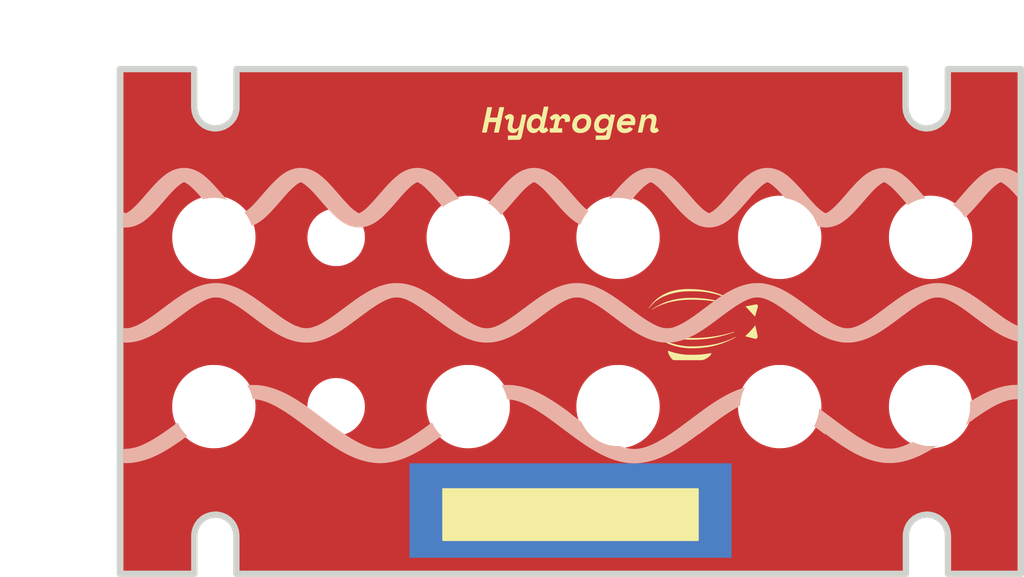
<source format=kicad_pcb>
(kicad_pcb (version 20240108) (generator "pcbnew") (generator_version "8.0")
  (title_block (title "Hydrogen") (date "2024-07-14") (rev "v2") (company "Winterbloom") (comment 1 "Alethea Flowers") (comment 2 "CC BY-NC-ND 4.0") (comment 3 "hydrogen.wntr.dev"))
  (layers (0 "F.Cu" signal) (31 "B.Cu" signal) (34 "B.Paste" user) (35 "F.Paste" user) (36 "B.SilkS" user "B.Silkscreen") (37 "F.SilkS" user "F.Silkscreen") (38 "B.Mask" user) (39 "F.Mask" user) (44 "Edge.Cuts" user))
  (net 0 "")
  (footprint "DrillHole" (layer "F.Cu") (at 76.28 101.345)
    (property "Reference" "" (at 0 0 0) (layer "F.SilkS") (effects (font (size 1.27 1.27))))
    (property "Value" "")
    (pad "" np_thru_hole circle (at 0 0) (size 6.2 6.2) (drill 6.2) (layers "*.Cu" "*.Mask") (clearance 0.1))
  )
  (footprint "DrillHole" (layer "F.Cu") (at 76.28 114.635)
    (property "Reference" "" (at 0 0 0) (layer "F.SilkS") (effects (font (size 1.27 1.27))))
    (property "Value" "")
    (pad "" np_thru_hole circle (at 0 0) (size 6.2 6.2) (drill 6.2) (layers "*.Cu" "*.Mask") (clearance 0.1))
  )
  (footprint "DrillHole" (layer "F.Cu") (at 96.27 101.345)
    (property "Reference" "" (at 0 0 0) (layer "F.SilkS") (effects (font (size 1.27 1.27))))
    (property "Value" "")
    (pad "" np_thru_hole circle (at 0 0) (size 6.2 6.2) (drill 6.2) (layers "*.Cu" "*.Mask") (clearance 0.1))
  )
  (footprint "DrillHole" (layer "F.Cu") (at 96.27 114.635)
    (property "Reference" "" (at 0 0 0) (layer "F.SilkS") (effects (font (size 1.27 1.27))))
    (property "Value" "")
    (pad "" np_thru_hole circle (at 0 0) (size 6.2 6.2) (drill 6.2) (layers "*.Cu" "*.Mask") (clearance 0.1))
  )
  (footprint "DrillHole" (layer "F.Cu") (at 108.03 114.635)
    (property "Reference" "" (at 0 0 0) (layer "F.SilkS") (effects (font (size 1.27 1.27))))
    (property "Value" "")
    (pad "" np_thru_hole circle (at 0 0) (size 6.2 6.2) (drill 6.2) (layers "*.Cu" "*.Mask") (clearance 0.1))
  )
  (footprint "DrillHole" (layer "F.Cu") (at 120.73 114.635)
    (property "Reference" "" (at 0 0 0) (layer "F.SilkS") (effects (font (size 1.27 1.27))))
    (property "Value" "")
    (pad "" np_thru_hole circle (at 0 0) (size 6.2 6.2) (drill 6.2) (layers "*.Cu" "*.Mask") (clearance 0.1))
  )
  (footprint "DrillHole" (layer "F.Cu") (at 132.59 114.635)
    (property "Reference" "" (at 0 0 0) (layer "F.SilkS") (effects (font (size 1.27 1.27))))
    (property "Value" "")
    (pad "" np_thru_hole circle (at 0 0) (size 6.2 6.2) (drill 6.2) (layers "*.Cu" "*.Mask") (clearance 0.1))
  )
  (footprint "DrillHole" (layer "F.Cu") (at 132.59 101.345)
    (property "Reference" "" (at 0 0 0) (layer "F.SilkS") (effects (font (size 1.27 1.27))))
    (property "Value" "")
    (pad "" np_thru_hole circle (at 0 0) (size 6.2 6.2) (drill 6.2) (layers "*.Cu" "*.Mask") (clearance 0.1))
  )
  (footprint "DrillHole" (layer "F.Cu") (at 120.73 101.345)
    (property "Reference" "" (at 0 0 0) (layer "F.SilkS") (effects (font (size 1.27 1.27))))
    (property "Value" "")
    (pad "" np_thru_hole circle (at 0 0) (size 6.2 6.2) (drill 6.2) (layers "*.Cu" "*.Mask") (clearance 0.1))
  )
  (footprint "DrillHole" (layer "F.Cu") (at 108.03 101.345)
    (property "Reference" "" (at 0 0 0) (layer "F.SilkS") (effects (font (size 1.27 1.27))))
    (property "Value" "")
    (pad "" np_thru_hole circle (at 0 0) (size 6.2 6.2) (drill 6.2) (layers "*.Cu" "*.Mask") (clearance 0.1))
  )
  (footprint "Graphics" (layer "F.Cu") (at 68.9 88.125)
    (property "Reference" "" (at 0 0 0) (layer "F.SilkS") (effects (font (size 1.27 1.27))))
    (property "Value" "")
  )
  (footprint "Graphics" (layer "F.Cu") (at 68.9 88.125)
    (property "Reference" "" (at 0 0 0) (layer "F.SilkS") (effects (font (size 1.27 1.27))))
    (property "Value" "")
  )
  (footprint "Graphics" (layer "F.Cu") (at 68.9 88.125)
    (property "Reference" "" (at 0 0 0) (layer "F.SilkS") (effects (font (size 1.27 1.27))))
    (property "Value" "")
    (fp_poly (pts (xy 5.64 1.60539) (xy 5.64001 1.81345) (xy 5.64007 2.00255) (xy 5.64018 2.17373) (xy 5.64039 2.32805) (xy 5.64071 2.46654) (xy 5.64116 2.59026) (xy 5.64178 2.70024) (xy 5.64258 2.79753) (xy 5.64359 2.88318) (xy 5.64484 2.95822) (xy 5.64634 3.0237) (xy 5.64812 3.08067) (xy 5.65021 3.13017) (xy 5.65262 3.17325) (xy 5.65539 3.21094) (xy 5.65854 3.2443) (xy 5.66209 3.27436) (xy 5.66606 3.30218) (xy 5.67049 3.32879) (xy 5.67539 3.35524) (xy 5.68078 3.38257) (xy 5.68098 3.38357) (xy 5.72645 3.55964) (xy 5.79036 3.7305) (xy 5.87148 3.89463) (xy 5.9686 4.05052) (xy 6.0805 4.19668) (xy 6.20596 4.33158) (xy 6.34377 4.45374) (xy 6.49271 4.56163) (xy 6.65156 4.65376) (xy 6.74318 4.69737) (xy 6.92363 4.76635) (xy 7.10685 4.81613) (xy 7.29155 4.84698) (xy 7.47649 4.85912) (xy 7.66037 4.85281) (xy 7.84195 4.82828) (xy 8.01995 4.78578) (xy 8.19309 4.72556) (xy 8.36012 4.64785) (xy 8.51976 4.55289) (xy 8.67074 4.44094) (xy 8.8118 4.31224) (xy 8.82521 4.29856) (xy 8.86893 4.25231) (xy 8.91282 4.20378) (xy 8.95255 4.15789) (xy 8.98376 4.1196) (xy 8.99106 4.11) (xy 9.09856 3.94872) (xy 9.18773 3.77944) (xy 9.25857 3.60218) (xy 9.31106 3.41696) (xy 9.3452 3.2238) (xy 9.34942 3.18789) (xy 9.35109 3.16193) (xy 9.35263 3.11613) (xy 9.35402 3.05063) (xy 9.35526 2.96559) (xy 9.35637 2.86117) (xy 9.35733 2.73752) (xy 9.35814 2.5948) (xy 9.35881 2.43315) (xy 9.35933 2.25273) (xy 9.3597 2.0537) (xy 9.35993 1.8362) (xy 9.36 1.60539) (xy 9.36 0.12) (xy 61.52 0.12) (xy 61.52 1.60539) (xy 61.52001 1.81345) (xy 61.52007 2.00255) (xy 61.52018 2.17373) (xy 61.52039 2.32805) (xy 61.52071 2.46654) (xy 61.52116 2.59026) (xy 61.52178 2.70024) (xy 61.52258 2.79753) (xy 61.52359 2.88318) (xy 61.52484 2.95822) (xy 61.52634 3.0237) (xy 61.52812 3.08067) (xy 61.53021 3.13017) (xy 61.53262 3.17325) (xy 61.53539 3.21094) (xy 61.53854 3.2443) (xy 61.54209 3.27436) (xy 61.54606 3.30218) (xy 61.55049 3.32879) (xy 61.55539 3.35524) (xy 61.56078 3.38257) (xy 61.56098 3.38357) (xy 61.60645 3.55964) (xy 61.67036 3.7305) (xy 61.75148 3.89463) (xy 61.8486 4.05052) (xy 61.9605 4.19668) (xy 62.08596 4.33158) (xy 62.22377 4.45374) (xy 62.37271 4.56163) (xy 62.53156 4.65376) (xy 62.62318 4.69737) (xy 62.80363 4.76635) (xy 62.98685 4.81613) (xy 63.17155 4.84698) (xy 63.35649 4.85912) (xy 63.54037 4.85281) (xy 63.72195 4.82828) (xy 63.89995 4.78578) (xy 64.07309 4.72556) (xy 64.24012 4.64785) (xy 64.39976 4.55289) (xy 64.55074 4.44094) (xy 64.6918 4.31224) (xy 64.70521 4.29856) (xy 64.74893 4.25231) (xy 64.79282 4.20378) (xy 64.83255 4.15789) (xy 64.86376 4.1196) (xy 64.87106 4.11) (xy 64.97856 3.94872) (xy 65.06773 3.77944) (xy 65.13857 3.60218) (xy 65.19106 3.41696) (xy 65.2252 3.2238) (xy 65.22942 3.18789) (xy 65.23109 3.16193) (xy 65.23263 3.11613) (xy 65.23402 3.05063) (xy 65.23526 2.96559) (xy 65.23637 2.86117) (xy 65.23733 2.73752) (xy 65.23814 2.5948) (xy 65.23881 2.43315) (xy 65.23933 2.25273) (xy 65.2397 2.0537) (xy 65.23993 1.8362) (xy 65.24 1.60539) (xy 65.24 0.12) (xy 70.53 0.12) (xy 70.53 39.53) (xy 65.24 39.53) (xy 65.24 38.06961) (xy 65.23999 37.86326) (xy 65.23993 37.67585) (xy 65.23981 37.50634) (xy 65.2396 37.35366) (xy 65.23927 37.21676) (xy 65.2388 37.09459) (xy 65.23816 36.98609) (xy 65.23734 36.89021) (xy 65.2363 36.80589) (xy 65.23502 36.73207) (xy 65.23348 36.66771) (xy 65.23165 36.61175) (xy 65.2295 36.56313) (xy 65.22702 36.52079) (xy 65.22417 36.48369) (xy 65.22094 36.45077) (xy 65.2173 36.42098) (xy 65.21322 36.39325) (xy 65.20867 36.36654) (xy 65.20365 36.33978) (xy 65.19902 36.31643) (xy 65.15357 36.14047) (xy 65.08965 35.9696) (xy 65.00847 35.80534) (xy 64.91123 35.64924) (xy 64.79914 35.5028) (xy 64.67342 35.36756) (xy 64.53526 35.24505) (xy 64.38588 35.13677) (xy 64.22649 35.04427) (xy 64.16919 35.0162) (xy 63.99317 34.94472) (xy 63.81243 34.89205) (xy 63.62849 34.85807) (xy 63.44287 34.84267) (xy 63.25707 34.84573) (xy 63.07262 34.86715) (xy 62.89103 34.9068) (xy 62.71381 34.96457) (xy 62.54249 35.04036) (xy 62.37857 35.13404) (xy 62.35 35.15277) (xy 62.25251 35.22286) (xy 62.15946 35.30032) (xy 62.06524 35.38993) (xy 62.03941 35.41627) (xy 61.91345 35.55993) (xy 61.8048 35.713) (xy 61.71316 35.87606) (xy 61.63825 36.04966) (xy 61.57978 36.23437) (xy 61.5476 36.375) (xy 61.54473 36.38999) (xy 61.54213 36.40472) (xy 61.53977 36.42021) (xy 61.53766 36.43745) (xy 61.53576 36.45746) (xy 61.53406 36.48123) (xy 61.53256 36.50977) (xy 61.53123 36.54408) (xy 61.53006 36.58518) (xy 61.52903 36.63405) (xy 61.52813 36.69172) (xy 61.52735 36.75917) (xy 61.52666 36.83742) (xy 61.52606 36.92747) (xy 61.52552 37.03033) (xy 61.52504 37.14699) (xy 61.52459 37.27847) (xy 61.52416 37.42576) (xy 61.52374 37.58988) (xy 61.52331 37.77182) (xy 61.52286 37.9726) (xy 61.52278 38.0075) (xy 61.51939 39.53) (xy 9.36 39.53) (xy 9.36 38.06961) (xy 9.35999 37.86326) (xy 9.35993 37.67585) (xy 9.35981 37.50634) (xy 9.3596 37.35366) (xy 9.35927 37.21676) (xy 9.3588 37.09459) (xy 9.35816 36.98609) (xy 9.35734 36.89021) (xy 9.3563 36.80589) (xy 9.35502 36.73207) (xy 9.35348 36.66771) (xy 9.35165 36.61175) (xy 9.3495 36.56313) (xy 9.34702 36.52079) (xy 9.34417 36.48369) (xy 9.34094 36.45077) (xy 9.3373 36.42098) (xy 9.33322 36.39325) (xy 9.32867 36.36654) (xy 9.32365 36.33978) (xy 9.31902 36.31643) (xy 9.27357 36.14047) (xy 9.20965 35.9696) (xy 9.12847 35.80534) (xy 9.03123 35.64924) (xy 8.91914 35.5028) (xy 8.79342 35.36756) (xy 8.65526 35.24505) (xy 8.50588 35.13677) (xy 8.34649 35.04427) (xy 8.28919 35.0162) (xy 8.11317 34.94472) (xy 7.93243 34.89205) (xy 7.74849 34.85807) (xy 7.56287 34.84267) (xy 7.37707 34.84573) (xy 7.19262 34.86715) (xy 7.01103 34.9068) (xy 6.83381 34.96457) (xy 6.66249 35.04036) (xy 6.49857 35.13404) (xy 6.47 35.15277) (xy 6.37251 35.22286) (xy 6.27946 35.30032) (xy 6.18524 35.38993) (xy 6.15941 35.41627) (xy 6.03345 35.55993) (xy 5.9248 35.713) (xy 5.83316 35.87606) (xy 5.75825 36.04966) (xy 5.69978 36.23437) (xy 5.6676 36.375) (xy 5.66473 36.38999) (xy 5.66213 36.40472) (xy 5.65977 36.42021) (xy 5.65766 36.43745) (xy 5.65576 36.45746) (xy 5.65406 36.48123) (xy 5.65256 36.50977) (xy 5.65123 36.54408) (xy 5.65006 36.58518) (xy 5.64903 36.63405) (xy 5.64813 36.69172) (xy 5.64735 36.75917) (xy 5.64666 36.83742) (xy 5.64606 36.92747) (xy 5.64552 37.03033) (xy 5.64504 37.14699) (xy 5.64459 37.27847) (xy 5.64416 37.42576) (xy 5.64374 37.58988) (xy 5.64331 37.77182) (xy 5.64286 37.9726) (xy 5.64278 38.0075) (xy 5.63939 39.53) (xy 0.27 39.53) (xy 0.27 26.50384) (xy 4.11204 26.50384) (xy 4.11355 26.60473) (xy 4.11688 26.70459) (xy 4.12191 26.79842) (xy 4.12853 26.88121) (xy 4.13475 26.935) (xy 4.18016 27.19277) (xy 4.24384 27.4428) (xy 4.32551 27.68453) (xy 4.42484 27.91743) (xy 4.54153 28.14095) (xy 4.67528 28.35454) (xy 4.82578 28.55767) (xy 4.99272 28.74978) (xy 5.17579 28.93035) (xy 5.34196 29.07281) (xy 5.54571 29.22397) (xy 5.75942 29.35787) (xy 5.98265 29.47434) (xy 6.21493 29.5732) (xy 6.45582 29.65425) (xy 6.70487 29.71733) (xy 6.96161 29.76225) (xy 7.11 29.77955) (xy 7.16417 29.78308) (xy 7.23389 29.78512) (xy 7.31476 29.78576) (xy 7.40238 29.78509) (xy 7.49236 29.78321) (xy 7.58031 29.7802) (xy 7.66183 29.77617) (xy 7.73252 29.7712) (xy 7.788 29.76539) (xy 7.79 29.76512) (xy 7.97642 29.7355) (xy 8.15018 29.69894) (xy 8.31788 29.65391) (xy 8.455 29.60976) (xy 8.68999 29.51822) (xy 8.91635 29.40902) (xy 9.13318 29.28294) (xy 9.33955 29.14077) (xy 9.53456 28.98329) (xy 9.7173 28.81129) (xy 9.88686 28.62556) (xy 10.04232 28.42688) (xy 10.18277 28.21605) (xy 10.29099 28.02536) (xy 10.39767 27.80063) (xy 10.48623 27.56862) (xy 10.55662 27.33068) (xy 10.60875 27.08817) (xy 10.64255 26.84244) (xy 10.65796 26.59484) (xy 10.65751 26.55844) (xy 14.7311 26.55844) (xy 14.74261 26.76158) (xy 14.7726 26.96399) (xy 14.82133 27.16438) (xy 14.88905 27.36146) (xy 14.91243 27.41817) (xy 15.00473 27.60889) (xy 15.11277 27.78787) (xy 15.23568 27.95447) (xy 15.37256 28.10804) (xy 15.52252 28.24794) (xy 15.68467 28.37352) (xy 15.85812 28.48413) (xy 16.04197 28.57912) (xy 16.23535 28.65786) (xy 16.43734 28.71968) (xy 16.64707 28.76396) (xy 16.795 28.78385) (xy 16.8412 28.78669) (xy 16.90269 28.78762) (xy 16.97488 28.78685) (xy 17.05317 28.78455) (xy 17.13297 28.78091) (xy 17.20968 28.77614) (xy 17.2787 28.7704) (xy 17.33544 28.76389) (xy 17.355 28.76089) (xy 17.56723 28.715) (xy 17.77015 28.65141) (xy 17.96374 28.57013) (xy 18.14798 28.47117) (xy 18.32283 28.35456) (xy 18.48828 28.22029) (xy 18.55785 28.15586) (xy 18.70365 28.00194) (xy 18.83289 27.8375) (xy 18.9453 27.66366) (xy 19.04056 27.48155) (xy 19.11839 27.2923) (xy 19.17848 27.09706) (xy 19.22054 26.89694) (xy 19.24428 26.69307) (xy 19.2494 26.4866) (xy 19.2471 26.45201) (xy 24.09086 26.45201) (xy 24.09579 26.70088) (xy 24.11952 26.94836) (xy 24.16192 27.19331) (xy 24.22282 27.43463) (xy 24.30209 27.67118) (xy 24.39958 27.90185) (xy 24.51514 28.12552) (xy 24.63205 28.31621) (xy 24.78012 28.52241) (xy 24.94244 28.7153) (xy 25.11801 28.8943) (xy 25.30585 29.05878) (xy 25.50499 29.20816) (xy 25.71444 29.34184) (xy 25.93321 29.4592) (xy 26.16034 29.55966) (xy 26.39483 29.64261) (xy 26.6357 29.70745) (xy 26.88198 29.75358) (xy 27.005 29.76924) (xy 27.05272 29.77435) (xy 27.09757 29.77909) (xy 27.13279 29.78276) (xy 27.145 29.784) (xy 27.18144 29.78608) (xy 27.23398 29.78698) (xy 27.29875 29.7868) (xy 27.3719 29.78567) (xy 27.44958 29.7837) (xy 27.52791 29.781) (xy 27.60303 29.77769) (xy 27.6711 29.77388) (xy 27.72825 29.76968) (xy 27.76795 29.76557) (xy 28.02415 29.72255) (xy 28.27329 29.66101) (xy 28.51468 29.58136) (xy 28.74764 29.48397) (xy 28.9715 29.36926) (xy 29.18557 29.23761) (xy 29.38917 29.08941) (xy 29.58163 28.92507) (xy 29.76226 28.74496) (xy 29.93038 28.5495) (xy 29.98312 28.48154) (xy 30.12842 28.27298) (xy 30.25622 28.05478) (xy 30.36646 27.82712) (xy 30.45905 27.59021) (xy 30.5339 27.34424) (xy 30.59095 27.0894) (xy 30.61692 26.93) (xy 30.62382 26.86621) (xy 30.62913 26.78695) (xy 30.63286 26.69626) (xy 30.63484 26.60578) (xy 35.86196 26.60578) (xy 35.86814 26.76009) (xy 35.88087 26.90273) (xy 35.88496 26.935) (xy 35.92934 27.19021) (xy 35.99217 27.43823) (xy 36.07299 27.67838) (xy 36.17136 27.90998) (xy 36.28681 28.13234) (xy 36.41889 28.34478) (xy 36.56713 28.54661) (xy 36.73108 28.73715) (xy 36.91028 28.91572) (xy 37.10428 29.08162) (xy 37.31261 29.23418) (xy 37.50349 29.35453) (xy 37.70883 29.46396) (xy 37.92663 29.5589) (xy 38.15497 29.63876) (xy 38.39191 29.70293) (xy 38.63552 29.75079) (xy 38.86 29.77955) (xy 38.91417 29.78308) (xy 38.98389 29.78512) (xy 39.06476 29.78576) (xy 39.15238 29.78509) (xy 39.24236 29.78321) (xy 39.33031 29.7802) (xy 39.41183 29.77617) (xy 39.48252 29.7712) (xy 39.538 29.76539) (xy 39.54 29.76512) (xy 39.72642 29.7355) (xy 39.90018 29.69894) (xy 40.06788 29.65391) (xy 40.205 29.60976) (xy 40.43999 29.51822) (xy 40.66635 29.40902) (xy 40.88318 29.28294) (xy 41.08955 29.14077) (xy 41.28456 28.98329) (xy 41.4673 28.81129) (xy 41.63686 28.62556) (xy 41.79232 28.42688) (xy 41.93277 28.21605) (xy 42.04099 28.02536) (xy 42.14767 27.80063) (xy 42.23623 27.56862) (xy 42.30662 27.33068) (xy 42.35875 27.08817) (xy 42.39255 26.84244) (xy 42.40728 26.60578) (xy 48.56196 26.60578) (xy 48.56814 26.76009) (xy 48.58087 26.90273) (xy 48.58496 26.935) (xy 48.62934 27.19021) (xy 48.69217 27.43823) (xy 48.77299 27.67838) (xy 48.87136 27.90998) (xy 48.98681 28.13234) (xy 49.11889 28.34478) (xy 49.26713 28.54661) (xy 49.43108 28.73715) (xy 49.61028 28.91572) (xy 49.80428 29.08162) (xy 50.01261 29.23418) (xy 50.20349 29.35453) (xy 50.40883 29.46396) (xy 50.62663 29.5589) (xy 50.85497 29.63876) (xy 51.09191 29.70293) (xy 51.33552 29.75079) (xy 51.56 29.77955) (xy 51.61417 29.78308) (xy 51.68389 29.78512) (xy 51.76476 29.78576) (xy 51.85238 29.78509) (xy 51.94236 29.78321) (xy 52.03031 29.7802) (xy 52.11183 29.77617) (xy 52.18252 29.7712) (xy 52.238 29.76539) (xy 52.24 29.76512) (xy 52.42642 29.7355) (xy 52.60018 29.69894) (xy 52.76788 29.65391) (xy 52.905 29.60976) (xy 53.13999 29.51822) (xy 53.36635 29.40902) (xy 53.58318 29.28294) (xy 53.78955 29.14077) (xy 53.98456 28.98329) (xy 54.1673 28.81129) (xy 54.33686 28.62556) (xy 54.49232 28.42688) (xy 54.63277 28.21605) (xy 54.74099 28.02536) (xy 54.84767 27.80063) (xy 54.93623 27.56862) (xy 55.00662 27.33068) (xy 55.05875 27.08817) (xy 55.09255 26.84244) (xy 55.10796 26.59484) (xy 55.1066 26.48499) (xy 60.41226 26.48499) (xy 60.4195 26.73415) (xy 60.44577 26.98241) (xy 60.49111 27.22862) (xy 60.55559 27.47163) (xy 60.63716 27.705) (xy 60.74011 27.94034) (xy 60.85964 28.16456) (xy 60.99589 28.37784) (xy 61.149 28.5804) (xy 61.3191 28.77244) (xy 61.4066 28.86072) (xy 61.59831 29.03379) (xy 61.80018 29.18966) (xy 62.01179 29.32815) (xy 62.23274 29.44904) (xy 62.46263 29.55212) (xy 62.70105 29.6372) (xy 62.94761 29.70407) (xy 63.15 29.74425) (xy 63.34995 29.77119) (xy 63.55352 29.78621) (xy 63.75437 29.78904) (xy 63.945 29.77949) (xy 64.20402 29.74794) (xy 64.45455 29.69842) (xy 64.6971 29.63072) (xy 64.93216 29.54464) (xy 65.16025 29.43998) (xy 65.38188 29.31653) (xy 65.59755 29.1741) (xy 65.7595 29.05165) (xy 65.81837 29.00194) (xy 65.88596 28.94042) (xy 65.9585 28.87088) (xy 66.03219 28.79714) (xy 66.10326 28.72299) (xy 66.16794 28.65223) (xy 66.22243 28.58866) (xy 66.2335 28.575) (xy 66.38949 28.36438) (xy 66.52691 28.14638) (xy 66.64573 27.921) (xy 66.74596 27.68827) (xy 66.82758 27.4482) (xy 66.89059 27.20081) (xy 66.93498 26.94612) (xy 66.94966 26.82144) (xy 66.95855 26.69281) (xy 66.9614 26.55091) (xy 66.95846 26.40146) (xy 66.94999 26.2502) (xy 66.93623 26.10283) (xy 66.91744 25.96508) (xy 66.91026 25.92317) (xy 66.85602 25.67874) (xy 66.78352 25.44107) (xy 66.69355 25.21099) (xy 66.58688 24.98936) (xy 66.46431 24.77701) (xy 66.32663 24.57479) (xy 66.17461 24.38353) (xy 66.00905 24.2041) (xy 65.83073 24.03731) (xy 65.64045 23.88403) (xy 65.43898 23.74509) (xy 65.22711 23.62133) (xy 65.00563 23.51361) (xy 64.77532 23.42275) (xy 64.53698 23.34961) (xy 64.5 23.34007) (xy 64.39331 23.31415) (xy 64.29782 23.29326) (xy 64.20924 23.27691) (xy 64.12325 23.2646) (xy 64.03552 23.2558) (xy 63.94174 23.25003) (xy 63.83761 23.24678) (xy 63.71879 23.24554) (xy 63.69 23.24549) (xy 63.58122 23.24592) (xy 63.4882 23.24761) (xy 63.40673 23.25092) (xy 63.33259 23.25624) (xy 63.26157 23.26396) (xy 63.18944 23.27445) (xy 63.112 23.2881) (xy 63.02502 23.30529) (xy 63.02213 23.30588) (xy 62.77937 23.3658) (xy 62.54291 23.44423) (xy 62.31374 23.54043) (xy 62.09285 23.65364) (xy 61.88123 23.78309) (xy 61.67987 23.92803) (xy 61.48977 24.0877) (xy 61.3119 24.26134) (xy 61.14728 24.44818) (xy 60.99687 24.64748) (xy 60.86169 24.85847) (xy 60.76526 25.03496) (xy 60.65951 25.26557) (xy 60.57245 25.50212) (xy 60.50414 25.74349) (xy 60.45464 25.98851) (xy 60.42399 26.23606) (xy 60.41226 26.48499) (xy 55.1066 26.48499) (xy 55.1049 26.34673) (xy 55.08331 26.09946) (xy 55.0431 25.85438) (xy 54.98422 25.61286) (xy 54.90658 25.37624) (xy 54.88345 25.31603) (xy 54.77967 25.0806) (xy 54.65931 24.85596) (xy 54.52298 24.64278) (xy 54.37131 24.44171) (xy 54.20489 24.25344) (xy 54.02436 24.07862) (xy 53.83031 23.91791) (xy 53.62336 23.772) (xy 53.40414 23.64154) (xy 53.285 23.57979) (xy 53.12298 23.50388) (xy 52.96782 23.43998) (xy 52.81434 23.38645) (xy 52.65735 23.34167) (xy 52.49168 23.30403) (xy 52.31214 23.2719) (xy 52.29 23.26843) (xy 52.24465 23.26177) (xy 52.20247 23.25654) (xy 52.16008 23.25257) (xy 52.11411 23.24969) (xy 52.06119 23.24773) (xy 51.99796 23.24652) (xy 51.92104 23.24589) (xy 51.84 23.24569) (xy 51.73614 23.24593) (xy 51.6482 23.24713) (xy 51.57211 23.24965) (xy 51.50378 23.25385) (xy 51.43916 23.26011) (xy 51.37415 23.26877) (xy 51.3047 23.28021) (xy 51.22671 23.29479) (xy 51.17452 23.30512) (xy 50.94402 23.36113) (xy 50.71476 23.43598) (xy 50.48919 23.52856) (xy 50.26977 23.63776) (xy 50.05895 23.76247) (xy 49.85918 23.90156) (xy 49.855 23.90472) (xy 49.66 24.06475) (xy 49.47864 24.23892) (xy 49.31155 24.42612) (xy 49.15941 24.62527) (xy 49.02288 24.83528) (xy 48.9026 25.05504) (xy 48.79924 25.28348) (xy 48.71346 25.51948) (xy 48.64591 25.76197) (xy 48.60083 25.98738) (xy 48.58177 26.1306) (xy 48.56888 26.28525) (xy 48.56224 26.44557) (xy 48.56196 26.60578) (xy 42.40728 26.60578) (xy 42.40796 26.59484) (xy 42.4049 26.34673) (xy 42.38331 26.09946) (xy 42.3431 25.85438) (xy 42.28422 25.61286) (xy 42.20658 25.37624) (xy 42.18345 25.31603) (xy 42.07967 25.0806) (xy 41.95931 24.85596) (xy 41.82298 24.64278) (xy 41.67131 24.44171) (xy 41.50489 24.25344) (xy 41.32436 24.07862) (xy 41.13031 23.91791) (xy 40.92336 23.772) (xy 40.70414 23.64154) (xy 40.585 23.57979) (xy 40.42298 23.50388) (xy 40.26782 23.43998) (xy 40.11434 23.38645) (xy 39.95735 23.34167) (xy 39.79168 23.30403) (xy 39.61214 23.2719) (xy 39.59 23.26843) (xy 39.54465 23.26177) (xy 39.50247 23.25654) (xy 39.46008 23.25257) (xy 39.41411 23.24969) (xy 39.36119 23.24773) (xy 39.29796 23.24652) (xy 39.22104 23.24589) (xy 39.14 23.24569) (xy 39.03614 23.24593) (xy 38.9482 23.24713) (xy 38.87211 23.24965) (xy 38.80378 23.25385) (xy 38.73916 23.26011) (xy 38.67415 23.26877) (xy 38.6047 23.28021) (xy 38.52671 23.29479) (xy 38.47452 23.30512) (xy 38.24402 23.36113) (xy 38.01476 23.43598) (xy 37.78919 23.52856) (xy 37.56977 23.63776) (xy 37.35895 23.76247) (xy 37.15918 23.90156) (xy 37.155 23.90472) (xy 36.96 24.06475) (xy 36.77864 24.23892) (xy 36.61155 24.42612) (xy 36.45941 24.62527) (xy 36.32288 24.83528) (xy 36.2026 25.05504) (xy 36.09924 25.28348) (xy 36.01346 25.51948) (xy 35.94591 25.76197) (xy 35.90083 25.98738) (xy 35.88177 26.1306) (xy 35.86888 26.28525) (xy 35.86224 26.44557) (xy 35.86196 26.60578) (xy 30.63484 26.60578) (xy 30.635 26.5982) (xy 30.63555 26.49683) (xy 30.63452 26.39619) (xy 30.63191 26.30033) (xy 30.62772 26.21331) (xy 30.62194 26.13917) (xy 30.61665 26.095) (xy 30.5815 25.88841) (xy 30.53822 25.69596) (xy 30.48536 25.51296) (xy 30.42147 25.33469) (xy 30.34509 25.15645) (xy 30.29328 25.04882) (xy 30.17719 24.83545) (xy 30.04855 24.63579) (xy 29.90527 24.44694) (xy 29.74525 24.26599) (xy 29.68046 24.19954) (xy 29.49078 24.02333) (xy 29.29172 23.86475) (xy 29.08318 23.72373) (xy 28.86504 23.60022) (xy 28.63721 23.49417) (xy 28.39958 23.40552) (xy 28.15202 23.33423) (xy 27.89445 23.28023) (xy 27.81722 23.2677) (xy 27.77261 23.2613) (xy 27.73051 23.25628) (xy 27.68763 23.25246) (xy 27.64065 23.2497) (xy 27.58628 23.24783) (xy 27.5212 23.24669) (xy 27.44213 23.24613) (xy 27.365 23.246) (xy 27.25168 23.24651) (xy 27.15415 23.24844) (xy 27.06818 23.25219) (xy 26.9896 23.25822) (xy 26.91419 23.26694) (xy 26.83776 23.27879) (xy 26.75611 23.29419) (xy 26.66504 23.31359) (xy 26.63 23.32144) (xy 26.38952 23.38594) (xy 26.156 23.46869) (xy 25.93034 23.56887) (xy 25.71343 23.68568) (xy 25.50616 23.8183) (xy 25.30944 23.96592) (xy 25.12415 24.12773) (xy 24.95121 24.30292) (xy 24.7915 24.49067) (xy 24.64592 24.69018) (xy 24.51537 24.90063) (xy 24.40074 25.12121) (xy 24.30293 25.35111) (xy 24.26207 25.465) (xy 24.19033 25.70824) (xy 24.13798 25.95457) (xy 24.10487 26.20287) (xy 24.09086 26.45201) (xy 19.2471 26.45201) (xy 19.2356 26.27864) (xy 19.20258 26.07033) (xy 19.15472 25.87844) (xy 19.08764 25.6854) (xy 19.00284 25.50012) (xy 18.90145 25.32367) (xy 18.78459 25.15714) (xy 18.65341 25.00162) (xy 18.50904 24.8582) (xy 18.3526 24.72797) (xy 18.18524 24.612) (xy 18.00808 24.5114) (xy 17.82225 24.42724) (xy 17.6289 24.36062) (xy 17.55136 24.33954) (xy 17.44282 24.31451) (xy 17.34046 24.29618) (xy 17.23683 24.28352) (xy 17.1245 24.27553) (xy 17.06482 24.27304) (xy 16.85047 24.27544) (xy 16.64058 24.29722) (xy 16.43588 24.33807) (xy 16.23712 24.39773) (xy 16.04501 24.47591) (xy 15.86029 24.57232) (xy 15.6837 24.68669) (xy 15.51595 24.81873) (xy 15.41632 24.90973) (xy 15.27317 25.06151) (xy 15.14617 25.22415) (xy 15.03558 25.39636) (xy 14.94165 25.57685) (xy 14.86465 25.76433) (xy 14.80484 25.95752) (xy 14.76247 26.15512) (xy 14.7378 26.35586) (xy 14.7311 26.55844) (xy 10.65751 26.55844) (xy 10.6549 26.34673) (xy 10.63331 26.09946) (xy 10.5931 25.85438) (xy 10.53422 25.61286) (xy 10.45658 25.37624) (xy 10.43345 25.31603) (xy 10.32967 25.0806) (xy 10.20931 24.85596) (xy 10.07298 24.64278) (xy 9.92131 24.44171) (xy 9.75489 24.25344) (xy 9.57436 24.07862) (xy 9.38031 23.91791) (xy 9.17336 23.772) (xy 8.95414 23.64154) (xy 8.835 23.57979) (xy 8.67298 23.50388) (xy 8.51782 23.43998) (xy 8.36434 23.38645) (xy 8.20735 23.34167) (xy 8.04168 23.30403) (xy 7.86214 23.2719) (xy 7.84 23.26843) (xy 7.79465 23.26177) (xy 7.75247 23.25654) (xy 7.71008 23.25257) (xy 7.66411 23.24969) (xy 7.61119 23.24773) (xy 7.54796 23.24652) (xy 7.47104 23.24589) (xy 7.39 23.24569) (xy 7.28614 23.24593) (xy 7.1982 23.24713) (xy 7.12211 23.24965) (xy 7.05378 23.25385) (xy 6.98916 23.26011) (xy 6.92415 23.26877) (xy 6.8547 23.28021) (xy 6.77671 23.29479) (xy 6.72452 23.30512) (xy 6.49791 23.3602) (xy 6.27169 23.43395) (xy 6.0484 23.52519) (xy 5.83058 23.63269) (xy 5.62079 23.75527) (xy 5.42157 23.89171) (xy 5.325 23.96613) (xy 5.2573 24.02331) (xy 5.18172 24.09201) (xy 5.10233 24.16816) (xy 5.02322 24.24768) (xy 4.94844 24.32649) (xy 4.88207 24.40052) (xy 4.83661 24.455) (xy 4.68092 24.6655) (xy 4.5438 24.88339) (xy 4.42528 25.10864) (xy 4.32538 25.34119) (xy 4.2441 25.58101) (xy 4.18148 25.82805) (xy 4.13752 26.08228) (xy 4.11951 26.245) (xy 4.11491 26.31897) (xy 4.11246 26.40692) (xy 4.11204 26.50384) (xy 0.27 26.50384) (xy 0.27 13.18452) (xy 4.1102 13.18452) (xy 4.11734 13.43267) (xy 4.14276 13.67966) (xy 4.18626 13.92386) (xy 4.24764 14.16363) (xy 4.32668 14.39732) (xy 4.42319 14.62331) (xy 4.48699 14.75) (xy 4.61623 14.97144) (xy 4.76119 15.18097) (xy 4.92109 15.37786) (xy 5.09517 15.56137) (xy 5.28268 15.73076) (xy 5.48285 15.88528) (xy 5.69492 16.02421) (xy 5.91813 16.1468) (xy 5.935 16.15517) (xy 6.12755 16.24385) (xy 6.31501 16.31709) (xy 6.50268 16.37654) (xy 6.69585 16.42387) (xy 6.89982 16.46071) (xy 6.92757 16.46484) (xy 7.0884 16.48303) (xy 7.26055 16.49308) (xy 7.43703 16.49492) (xy 7.61085 16.48846) (xy 7.76441 16.47488) (xy 8.0169 16.43537) (xy 8.2641 16.37669) (xy 8.50536 16.29908) (xy 8.74003 16.20282) (xy 8.96747 16.08818) (xy 9.18701 15.95543) (xy 9.39803 15.80483) (xy 9.40923 15.79614) (xy 9.46868 15.74745) (xy 9.53701 15.68752) (xy 9.6101 15.62029) (xy 9.68381 15.5497) (xy 9.75402 15.47969) (xy 9.81659 15.41422) (xy 9.86115 15.36454) (xy 10.02201 15.16266) (xy 10.16544 14.95144) (xy 10.29118 14.73167) (xy 10.39893 14.50414) (xy 10.48843 14.26965) (xy 10.55938 14.02898) (xy 10.6115 13.78293) (xy 10.64451 13.5323) (xy 10.6575 13.28957) (xy 14.73209 13.28957) (xy 14.74714 13.49303) (xy 14.78071 13.69517) (xy 14.83294 13.89469) (xy 14.904 14.0903) (xy 14.95584 14.20545) (xy 15.05479 14.38699) (xy 15.17098 14.55942) (xy 15.30325 14.72146) (xy 15.45044 14.87182) (xy 15.61137 15.0092) (xy 15.7849 15.13232) (xy 15.805 15.14512) (xy 15.958 15.23288) (xy 16.11739 15.30698) (xy 16.28552 15.36819) (xy 16.46473 15.4173) (xy 16.65738 15.45511) (xy 16.79 15.47387) (xy 16.81045 15.47501) (xy 16.84729 15.47573) (xy 16.89691 15.47601) (xy 16.95571 15.47583) (xy 17.02008 15.47517) (xy 17.035 15.47496) (xy 17.12671 15.47284) (xy 17.20281 15.46935) (xy 17.26767 15.46416) (xy 17.32566 15.45697) (xy 17.36 15.45137) (xy 17.51435 15.41984) (xy 17.6561 15.38157) (xy 17.79212 15.33433) (xy 17.92931 15.27586) (xy 17.995 15.24442) (xy 18.17402 15.14524) (xy 18.34317 15.02975) (xy 18.50127 14.89933) (xy 18.64716 14.75538) (xy 18.7797 14.59928) (xy 18.89771 14.43244) (xy 19.00004 14.25622) (xy 19.08553 14.07204) (xy 19.15301 13.88127) (xy 19.16353 13.845) (xy 19.21186 13.63658) (xy 19.24064 13.42756) (xy 19.25015 13.21906) (xy 19.24788 13.16959) (xy 24.09506 13.16959) (xy 24.09513 13.27379) (xy 24.09705 13.3759) (xy 24.10082 13.47155) (xy 24.10642 13.55632) (xy 24.11374 13.625) (xy 24.15862 13.8851) (xy 24.22053 14.13486) (xy 24.29969 14.37482) (xy 24.39633 14.60549) (xy 24.51069 14.8274) (xy 24.64299 15.04108) (xy 24.79347 15.24707) (xy 24.86097 15.33) (xy 25.03059 15.51679) (xy 25.21342 15.68902) (xy 25.40844 15.84617) (xy 25.61462 15.9877) (xy 25.83094 16.11311) (xy 26.05637 16.22187) (xy 26.28988 16.31345) (xy 26.53046 16.38733) (xy 26.77706 16.443) (xy 27.02866 16.47993) (xy 27.14182 16.49019) (xy 27.21483 16.49374) (xy 27.30211 16.49507) (xy 27.39804 16.49432) (xy 27.49703 16.49164) (xy 27.59348 16.48717) (xy 27.68178 16.48105) (xy 27.74441 16.47488) (xy 27.99746 16.43534) (xy 28.24483 16.37672) (xy 28.4859 16.29928) (xy 28.72008 16.20329) (xy 28.94676 16.08901) (xy 29.16534 15.95669) (xy 29.37521 15.8066) (xy 29.485 15.71802) (xy 29.53953 15.66983) (xy 29.60282 15.61008) (xy 29.67102 15.54274) (xy 29.74026 15.47175) (xy 29.8067 15.40109) (xy 29.86649 15.33471) (xy 29.91576 15.27657) (xy 29.92105 15.27) (xy 30.07354 15.06344) (xy 30.20886 14.84687) (xy 30.32669 14.62106) (xy 30.42671 14.38677) (xy 30.50859 14.14476) (xy 30.57201 13.89581) (xy 30.61666 13.64068) (xy 30.62196 13.6) (xy 30.62727 13.54267) (xy 30.63121 13.46988) (xy 30.63382 13.38557) (xy 30.63511 13.29369) (xy 30.63512 13.19818) (xy 30.63493 13.18425) (xy 35.86023 13.18425) (xy 35.86733 13.43253) (xy 35.89273 13.67961) (xy 35.93623 13.92387) (xy 35.99762 14.1637) (xy 36.07672 14.39746) (xy 36.1733 14.62354) (xy 36.23699 14.75) (xy 36.36623 14.97144) (xy 36.51119 15.18097) (xy 36.67109 15.37786) (xy 36.84517 15.56137) (xy 37.03268 15.73076) (xy 37.23285 15.88528) (xy 37.44492 16.02421) (xy 37.66813 16.1468) (xy 37.685 16.15517) (xy 37.87755 16.24385) (xy 38.06501 16.31709) (xy 38.25268 16.37654) (xy 38.44585 16.42387) (xy 38.64982 16.46071) (xy 38.67757 16.46484) (xy 38.8384 16.48303) (xy 39.01055 16.49308) (xy 39.18703 16.49492) (xy 39.36085 16.48846) (xy 39.51441 16.47488) (xy 39.7669 16.43537) (xy 40.0141 16.37669) (xy 40.25536 16.29908) (xy 40.49003 16.20282) (xy 40.71747 16.08818) (xy 40.93701 15.95543) (xy 41.14803 15.80483) (xy 41.15923 15.79614) (xy 41.21868 15.74745) (xy 41.28701 15.68752) (xy 41.3601 15.62029) (xy 41.43381 15.5497) (xy 41.50402 15.47969) (xy 41.56659 15.41422) (xy 41.61115 15.36454) (xy 41.77201 15.16266) (xy 41.91544 14.95144) (xy 42.04118 14.73167) (xy 42.14893 14.50414) (xy 42.23843 14.26965) (xy 42.30938 14.02898) (xy 42.3615 13.78293) (xy 42.39451 13.5323) (xy 42.40812 13.27786) (xy 42.40744 13.18425) (xy 48.56023 13.18425) (xy 48.56733 13.43253) (xy 48.59273 13.67961) (xy 48.63623 13.92387) (xy 48.69762 14.1637) (xy 48.77672 14.39746) (xy 48.8733 14.62354) (xy 48.93699 14.75) (xy 49.06623 14.97144) (xy 49.21119 15.18097) (xy 49.37109 15.37786) (xy 49.54517 15.56137) (xy 49.73268 15.73076) (xy 49.93285 15.88528) (xy 50.14492 16.02421) (xy 50.36813 16.1468) (xy 50.385 16.15517) (xy 50.57755 16.24385) (xy 50.76501 16.31709) (xy 50.95268 16.37654) (xy 51.14585 16.42387) (xy 51.34982 16.46071) (xy 51.37757 16.46484) (xy 51.5384 16.48303) (xy 51.71055 16.49308) (xy 51.88703 16.49492) (xy 52.06085 16.48846) (xy 52.21441 16.47488) (xy 52.4669 16.43537) (xy 52.7141 16.37669) (xy 52.95536 16.29908) (xy 53.19003 16.20282) (xy 53.41747 16.08818) (xy 53.63701 15.95543) (xy 53.84803 15.80483) (xy 53.85923 15.79614) (xy 53.91868 15.74745) (xy 53.98701 15.68752) (xy 54.0601 15.62029) (xy 54.13381 15.5497) (xy 54.20402 15.47969) (xy 54.26659 15.41422) (xy 54.31115 15.36454) (xy 54.47201 15.16266) (xy 54.61544 14.95144) (xy 54.74118 14.73167) (xy 54.84893 14.50414) (xy 54.93843 14.26965) (xy 55.00938 14.02898) (xy 55.0615 13.78293) (xy 55.09451 13.5323) (xy 55.10812 13.27786) (xy 55.1077 13.22) (xy 60.4157 13.22) (xy 60.41659 13.33096) (xy 60.41959 13.42776) (xy 60.42519 13.51619) (xy 60.4339 13.60202) (xy 60.44621 13.69104) (xy 60.46262 13.78904) (xy 60.46639 13.81) (xy 60.52096 14.05595) (xy 60.5933 14.29399) (xy 60.68261 14.52348) (xy 60.78808 14.74375) (xy 60.90892 14.95414) (xy 61.0443 15.15401) (xy 61.19344 15.34268) (xy 61.35551 15.5195) (xy 61.52972 15.68381) (xy 61.71526 15.83495) (xy 61.91132 15.97227) (xy 62.1171 16.0951) (xy 62.33179 16.2028) (xy 62.55459 16.29469) (xy 62.78468 16.37012) (xy 63.02127 16.42844) (xy 63.26355 16.46898) (xy 63.51071 16.49108) (xy 63.75231 16.49434) (xy 63.81889 16.49226) (xy 63.88696 16.48926) (xy 63.95052 16.48567) (xy 64.00359 16.4818) (xy 64.02731 16.47955) (xy 64.2823 16.44211) (xy 64.53119 16.3859) (xy 64.77315 16.31139) (xy 65.00738 16.21904) (xy 65.23304 16.10931) (xy 65.44933 15.98266) (xy 65.65543 15.83957) (xy 65.85052 15.68048) (xy 66.03379 15.50586) (xy 66.20441 15.31618) (xy 66.30312 15.19169) (xy 66.44834 14.98328) (xy 66.5759 14.76589) (xy 66.68593 14.53925) (xy 66.77855 14.30308) (xy 66.85386 14.05709) (xy 66.91199 13.80102) (xy 66.93679 13.655) (xy 66.94419 13.59059) (xy 66.94984 13.51021) (xy 66.95374 13.41778) (xy 66.95591 13.31725) (xy 66.95638 13.21257) (xy 66.95515 13.10766) (xy 66.95225 13.00648) (xy 66.9477 12.91296) (xy 66.9415 12.83105) (xy 66.93368 12.76468) (xy 66.93294 12.75987) (xy 66.88578 12.5113) (xy 66.82427 12.27527) (xy 66.74757 12.04958) (xy 66.65481 11.832) (xy 66.54515 11.62033) (xy 66.41774 11.41234) (xy 66.40901 11.39917) (xy 66.27349 11.21202) (xy 66.12086 11.03092) (xy 65.95371 10.8586) (xy 65.77466 10.69778) (xy 65.62132 10.57678) (xy 65.43613 10.4504) (xy 65.2373 10.33527) (xy 65.02826 10.23287) (xy 64.81241 10.14465) (xy 64.59319 10.07208) (xy 64.37401 10.01664) (xy 64.265 9.9957) (xy 64.07473 9.96935) (xy 63.87663 9.95339) (xy 63.67616 9.94791) (xy 63.47883 9.95298) (xy 63.29012 9.96867) (xy 63.2 9.98064) (xy 62.95903 10.02683) (xy 62.71938 10.09191) (xy 62.48414 10.17483) (xy 62.25639 10.27456) (xy 62.12 10.34454) (xy 61.91512 10.4668) (xy 61.71681 10.60665) (xy 61.52722 10.76217) (xy 61.34851 10.93143) (xy 61.18284 11.11251) (xy 61.03237 11.3035) (xy 61.01329 11.33) (xy 60.87634 11.53949) (xy 60.75584 11.75964) (xy 60.65248 11.98881) (xy 60.56697 12.22534) (xy 60.49999 12.46757) (xy 60.46624 12.63) (xy 60.449 12.73081) (xy 60.43596 12.82132) (xy 60.42661 12.90735) (xy 60.42045 12.99471) (xy 60.41699 13.08923) (xy 60.41573 13.19671) (xy 60.4157 13.22) (xy 55.1077 13.22) (xy 55.10706 13.13008) (xy 55.0959 12.92641) (xy 55.07417 12.73418) (xy 55.04094 12.54732) (xy 54.99531 12.35975) (xy 54.98431 12.32055) (xy 54.91022 12.0958) (xy 54.81786 11.8728) (xy 54.7089 11.65479) (xy 54.58503 11.445) (xy 54.44792 11.24663) (xy 54.38067 11.15987) (xy 54.32753 11.09712) (xy 54.26274 11.02591) (xy 54.19016 10.95009) (xy 54.11366 10.87352) (xy 54.03712 10.80005) (xy 53.96439 10.73354) (xy 53.89936 10.67782) (xy 53.885 10.66623) (xy 53.67586 10.51229) (xy 53.45834 10.37641) (xy 53.23307 10.25879) (xy 53.00068 10.15964) (xy 52.76178 10.07916) (xy 52.51702 10.01755) (xy 52.267 9.97501) (xy 52.01236 9.95175) (xy 51.75372 9.94796) (xy 51.67 9.9509) (xy 51.41924 9.9725) (xy 51.17359 10.01295) (xy 50.93387 10.07159) (xy 50.7009 10.14774) (xy 50.47548 10.24072) (xy 50.25844 10.34986) (xy 50.05059 10.4745) (xy 49.85274 10.61394) (xy 49.66571 10.76752) (xy 49.49032 10.93457) (xy 49.32737 11.11441) (xy 49.17769 11.30636) (xy 49.04209 11.50975) (xy 48.92139 11.72391) (xy 48.81639 11.94817) (xy 48.72792 12.18184) (xy 48.65679 12.42426) (xy 48.65076 12.44853) (xy 48.60174 12.69063) (xy 48.57163 12.93641) (xy 48.56023 13.18425) (xy 42.40744 13.18425) (xy 42.40706 13.13008) (xy 42.3959 12.92641) (xy 42.37417 12.73418) (xy 42.34094 12.54732) (xy 42.29531 12.35975) (xy 42.28431 12.32055) (xy 42.21022 12.0958) (xy 42.11786 11.8728) (xy 42.0089 11.65479) (xy 41.88503 11.445) (xy 41.74792 11.24663) (xy 41.68067 11.15987) (xy 41.62753 11.09712) (xy 41.56274 11.02591) (xy 41.49016 10.95009) (xy 41.41366 10.87352) (xy 41.33712 10.80005) (xy 41.26439 10.73354) (xy 41.19936 10.67782) (xy 41.185 10.66623) (xy 40.97586 10.51229) (xy 40.75834 10.37641) (xy 40.53307 10.25879) (xy 40.30068 10.15964) (xy 40.06178 10.07916) (xy 39.81702 10.01755) (xy 39.567 9.97501) (xy 39.31236 9.95175) (xy 39.05372 9.94796) (xy 38.97 9.9509) (xy 38.71924 9.9725) (xy 38.47359 10.01295) (xy 38.23387 10.07159) (xy 38.0009 10.14774) (xy 37.77548 10.24072) (xy 37.55844 10.34986) (xy 37.35059 10.4745) (xy 37.15274 10.61394) (xy 36.96571 10.76752) (xy 36.79032 10.93457) (xy 36.62737 11.11441) (xy 36.47769 11.30636) (xy 36.34209 11.50975) (xy 36.22139 11.72391) (xy 36.11639 11.94817) (xy 36.02792 12.18184) (xy 35.95679 12.42426) (xy 35.95076 12.44853) (xy 35.90174 12.69063) (xy 35.87163 12.93641) (xy 35.86023 13.18425) (xy 30.63493 13.18425) (xy 30.63387 13.10298) (xy 30.63138 13.01205) (xy 30.62768 12.92932) (xy 30.62279 12.85873) (xy 30.61686 12.805) (xy 30.56947 12.5419) (xy 30.50514 12.2894) (xy 30.42377 12.04729) (xy 30.32526 11.81539) (xy 30.20953 11.59351) (xy 30.07648 11.38145) (xy 29.926 11.17903) (xy 29.758 10.98606) (xy 29.64376 10.86986) (xy 29.4535 10.69864) (xy 29.25261 10.54411) (xy 29.04191 10.4066) (xy 28.82226 10.28642) (xy 28.59448 10.18388) (xy 28.3594 10.09931) (xy 28.11787 10.03301) (xy 27.87072 9.98529) (xy 27.61878 9.95648) (xy 27.36288 9.94689) (xy 27.205 9.95062) (xy 26.95071 9.97235) (xy 26.70111 10.01333) (xy 26.45701 10.07322) (xy 26.21922 10.15164) (xy 25.98855 10.24824) (xy 25.76581 10.36267) (xy 25.5518 10.49456) (xy 25.34734 10.64354) (xy 25.15324 10.80927) (xy 25.04962 10.909) (xy 24.87964 11.09198) (xy 24.72773 11.28167) (xy 24.59255 11.47992) (xy 24.47279 11.68855) (xy 24.44206 11.74865) (xy 24.35711 11.92972) (xy 24.28588 12.10589) (xy 24.22686 12.2821) (xy 24.17851 12.46333) (xy 24.13931 12.65452) (xy 24.11324 12.82) (xy 24.10592 12.88852) (xy 24.10044 12.97256) (xy 24.09683 13.06772) (xy 24.09506 13.16959) (xy 19.24788 13.16959) (xy 19.24068 13.01223) (xy 19.2125 12.8082) (xy 19.16589 12.6081) (xy 19.10112 12.41305) (xy 19.01848 12.22421) (xy 18.91824 12.04269) (xy 18.80067 11.86963) (xy 18.66606 11.70616) (xy 18.62965 11.66679) (xy 18.47883 11.52184) (xy 18.31544 11.39185) (xy 18.14094 11.27753) (xy 17.95679 11.1796) (xy 17.76448 11.09878) (xy 17.56546 11.03579) (xy 17.3612 10.99134) (xy 17.20576 10.97063) (xy 16.99831 10.96034) (xy 16.79187 10.96948) (xy 16.58782 10.99749) (xy 16.38756 11.0438) (xy 16.19245 11.10783) (xy 16.00389 11.18904) (xy 15.82324 11.28684) (xy 15.65189 11.40068) (xy 15.49123 11.52998) (xy 15.34262 11.67419) (xy 15.25855 11.76915) (xy 15.13135 11.93671) (xy 15.02136 12.11327) (xy 14.92876 12.29756) (xy 14.8537 12.48828) (xy 14.79634 12.68413) (xy 14.75684 12.88382) (xy 14.73537 13.08606) (xy 14.73209 13.28957) (xy 10.6575 13.28957) (xy 10.65812 13.27786) (xy 10.65706 13.13008) (xy 10.6459 12.92641) (xy 10.62417 12.73418) (xy 10.59094 12.54732) (xy 10.54531 12.35975) (xy 10.53431 12.32055) (xy 10.46022 12.0958) (xy 10.36786 11.8728) (xy 10.2589 11.65479) (xy 10.13503 11.445) (xy 9.99792 11.24663) (xy 9.93067 11.15987) (xy 9.87753 11.09712) (xy 9.81274 11.02591) (xy 9.74016 10.95009) (xy 9.66366 10.87352) (xy 9.58712 10.80005) (xy 9.51439 10.73354) (xy 9.44936 10.67782) (xy 9.435 10.66623) (xy 9.22586 10.51229) (xy 9.00834 10.37641) (xy 8.78307 10.25879) (xy 8.55068 10.15964) (xy 8.31178 10.07916) (xy 8.06702 10.01755) (xy 7.817 9.97501) (xy 7.56236 9.95175) (xy 7.30372 9.94796) (xy 7.22 9.9509) (xy 6.96911 9.9725) (xy 6.72337 10.01295) (xy 6.48359 10.07159) (xy 6.25057 10.14773) (xy 6.02513 10.24071) (xy 5.80808 10.34986) (xy 5.60023 10.4745) (xy 5.4024 10.61397) (xy 5.2154 10.76759) (xy 5.04003 10.93468) (xy 4.87711 11.11459) (xy 4.72746 11.30663) (xy 4.59187 11.51013) (xy 4.47118 11.72442) (xy 4.36618 11.94884) (xy 4.27769 12.1827) (xy 4.20652 12.42535) (xy 4.20052 12.44953) (xy 4.15158 12.69131) (xy 4.12155 12.93685) (xy 4.1102 13.18452) (xy 0.27 13.18452) (xy 0.27 0.12) (xy 5.64 0.12)) (fill solid) (layer "F.Cu"))
  )
  (footprint "Graphics" (layer "F.Cu") (at 68.9 88.125)
    (property "Reference" "" (at 0 0 0) (layer "F.SilkS") (effects (font (size 1.27 1.27))))
    (property "Value" "")
  )
  (footprint "Graphics" (layer "F.Cu") (at 68.9 88.125)
    (property "Reference" "" (at 0 0 0) (layer "F.SilkS") (effects (font (size 1.27 1.27))))
    (property "Value" "")
  )
  (footprint "Graphics" (layer "B.Cu") (at 68.9 88.125)
    (property "Reference" "" (at 0 0 0) (layer "F.SilkS") (effects (font (size 1.27 1.27))))
    (property "Value" "")
    (fp_poly (pts (xy 22.75 34.68) (xy 22.75 30.97) (xy 35.4 30.97) (xy 48.05 30.97) (xy 48.05 34.68) (xy 48.05 38.39) (xy 35.4 38.39) (xy 22.75 38.39) (xy 22.75 34.68)) (fill solid) (layer "B.Cu"))
  )
  (gr_rect (start 94.3 121.125) (end 114.3 125.125) (stroke (width 0.15)) (fill solid) (layer "F.SilkS"))
  (gr_poly (pts (xy 130.65 127.775) (xy 78.05 127.775) (xy 78.05 124.775) (xy 78.01 124.425) (xy 77.9 124.095) (xy 77.74 123.805) (xy 77.51 123.555) (xy 77.24 123.355) (xy 76.93 123.215) (xy 76.59 123.135) (xy 76.4 123.125) (xy 76.05 123.165) (xy 75.72 123.275) (xy 75.43 123.435) (xy 75.18 123.665) (xy 74.98 123.935) (xy 74.84 124.245) (xy 74.76 124.585) (xy 74.75 124.775) (xy 74.75 127.775) (xy 68.9 127.775) (xy 68.9 88.125) (xy 74.74 88.125) (xy 74.74 88.165) (xy 74.74 88.275) (xy 74.74 88.435) (xy 74.74 88.655) (xy 74.74 88.905) (xy 74.74 89.185) (xy 74.74 89.475) (xy 74.74 89.775) (xy 74.74 90.065) (xy 74.74 90.345) (xy 74.74 90.595) (xy 74.74 90.815) (xy 74.74 90.975) (xy 74.74 91.085) (xy 74.74 91.125) (xy 74.78 91.475) (xy 74.89 91.805) (xy 75.06 92.095) (xy 75.28 92.345) (xy 75.55 92.555) (xy 75.86 92.695) (xy 76.2 92.775) (xy 76.4 92.785) (xy 76.75 92.745) (xy 77.08 92.635) (xy 77.37 92.465) (xy 77.62 92.245) (xy 77.83 91.975) (xy 77.97 91.665) (xy 78.05 91.325) (xy 78.06 91.125) (xy 78.06 88.125) (xy 78.1 88.125) (xy 78.22 88.125) (xy 78.41 88.125) (xy 78.67 88.125) (xy 79.01 88.125) (xy 79.41 88.125) (xy 79.87 88.125) (xy 80.4 88.125) (xy 80.99 88.125) (xy 81.64 88.125) (xy 82.33 88.125) (xy 83.09 88.125) (xy 83.89 88.125) (xy 84.73 88.125) (xy 85.63 88.125) (xy 86.56 88.125) (xy 87.53 88.125) (xy 88.54 88.125) (xy 89.59 88.125) (xy 90.66 88.125) (xy 91.77 88.125) (xy 92.9 88.125) (xy 94.05 88.125) (xy 95.23 88.125) (xy 96.42 88.125) (xy 97.63 88.125) (xy 98.86 88.125) (xy 100.1 88.125) (xy 101.34 88.125) (xy 102.59 88.125) (xy 103.85 88.125) (xy 105.1 88.125) (xy 106.36 88.125) (xy 107.61 88.125) (xy 108.85 88.125) (xy 110.08 88.125) (xy 111.31 88.125) (xy 112.51 88.125) (xy 113.71 88.125) (xy 114.88 88.125) (xy 116.03 88.125) (xy 117.15 88.125) (xy 118.25 88.125) (xy 119.32 88.125) (xy 120.36 88.125) (xy 121.36 88.125) (xy 122.32 88.125) (xy 123.25 88.125) (xy 124.13 88.125) (xy 124.97 88.125) (xy 125.76 88.125) (xy 126.5 88.125) (xy 127.19 88.125) (xy 127.82 88.125) (xy 128.4 88.125) (xy 128.91 88.125) (xy 129.36 88.125) (xy 129.75 88.125) (xy 130.07 88.125) (xy 130.32 88.125) (xy 130.49 88.125) (xy 130.6 88.125) (xy 130.62 88.125) (xy 130.62 91.125) (xy 130.66 91.475) (xy 130.77 91.805) (xy 130.94 92.095) (xy 131.16 92.345) (xy 131.43 92.555) (xy 131.74 92.695) (xy 132.08 92.775) (xy 132.28 92.785) (xy 132.63 92.745) (xy 132.96 92.635) (xy 133.25 92.465) (xy 133.5 92.245) (xy 133.71 91.975) (xy 133.85 91.665) (xy 133.93 91.325) (xy 133.94 91.125) (xy 133.94 88.125) (xy 139.7 88.125) (xy 139.7 127.775) (xy 133.95 127.775) (xy 133.95 124.775) (xy 133.91 124.425) (xy 133.8 124.095) (xy 133.64 123.805) (xy 133.41 123.555) (xy 133.14 123.355) (xy 132.83 123.215) (xy 132.49 123.135) (xy 132.3 123.125) (xy 131.95 123.165) (xy 131.62 123.275) (xy 131.33 123.435) (xy 131.08 123.665) (xy 130.88 123.935) (xy 130.74 124.245) (xy 130.66 124.585) (xy 130.65 124.775) (xy 130.65 127.775)) (stroke (width 0.5)) (fill none) (layer "Edge.Cuts"))
)
</source>
